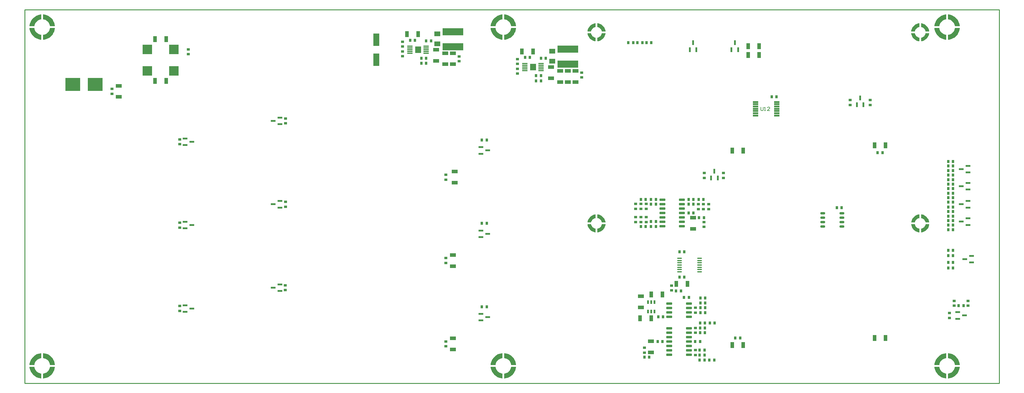
<source format=gtp>
G04 Layer_Color=10723209*
%FSLAX43Y43*%
%MOMM*%
G71*
G01*
G75*
%ADD10R,2.700X2.700*%
%ADD11O,1.400X0.350*%
%ADD12R,6.000X2.000*%
%ADD13R,0.600X1.000*%
%ADD14R,1.350X0.600*%
%ADD15O,1.450X0.650*%
%ADD16R,1.800X1.340*%
%ADD17R,0.800X0.900*%
G04:AMPARAMS|DCode=18|XSize=0.45mm|YSize=1.6mm|CornerRadius=0.05mm|HoleSize=0mm|Usage=FLASHONLY|Rotation=90.000|XOffset=0mm|YOffset=0mm|HoleType=Round|Shape=RoundedRectangle|*
%AMROUNDEDRECTD18*
21,1,0.450,1.501,0,0,90.0*
21,1,0.351,1.600,0,0,90.0*
1,1,0.099,0.750,0.175*
1,1,0.099,0.750,-0.175*
1,1,0.099,-0.750,-0.175*
1,1,0.099,-0.750,0.175*
%
%ADD18ROUNDEDRECTD18*%
%ADD19R,4.240X3.810*%
%ADD20R,1.800X3.550*%
G04:AMPARAMS|DCode=22|XSize=0.65mm|YSize=1.65mm|CornerRadius=0.049mm|HoleSize=0mm|Usage=FLASHONLY|Rotation=270.000|XOffset=0mm|YOffset=0mm|HoleType=Round|Shape=RoundedRectangle|*
%AMROUNDEDRECTD22*
21,1,0.650,1.552,0,0,270.0*
21,1,0.552,1.650,0,0,270.0*
1,1,0.098,-0.776,-0.276*
1,1,0.098,-0.776,0.276*
1,1,0.098,0.776,0.276*
1,1,0.098,0.776,-0.276*
%
%ADD22ROUNDEDRECTD22*%
%ADD23R,1.000X1.700*%
G04:AMPARAMS|DCode=24|XSize=0.3mm|YSize=1.55mm|CornerRadius=0.05mm|HoleSize=0mm|Usage=FLASHONLY|Rotation=90.000|XOffset=0mm|YOffset=0mm|HoleType=Round|Shape=RoundedRectangle|*
%AMROUNDEDRECTD24*
21,1,0.300,1.451,0,0,90.0*
21,1,0.201,1.550,0,0,90.0*
1,1,0.099,0.726,0.101*
1,1,0.099,0.726,-0.101*
1,1,0.099,-0.726,-0.101*
1,1,0.099,-0.726,0.101*
%
%ADD24ROUNDEDRECTD24*%
G04:AMPARAMS|DCode=25|XSize=1.73mm|YSize=1.9mm|CornerRadius=0.052mm|HoleSize=0mm|Usage=FLASHONLY|Rotation=0.000|XOffset=0mm|YOffset=0mm|HoleType=Round|Shape=RoundedRectangle|*
%AMROUNDEDRECTD25*
21,1,1.730,1.796,0,0,0.0*
21,1,1.626,1.900,0,0,0.0*
1,1,0.104,0.813,-0.898*
1,1,0.104,-0.813,-0.898*
1,1,0.104,-0.813,0.898*
1,1,0.104,0.813,0.898*
%
%ADD25ROUNDEDRECTD25*%
%ADD26R,0.900X0.800*%
%ADD27R,1.700X1.000*%
%ADD28R,0.600X1.350*%
%ADD37C,0.254*%
%ADD38C,0.178*%
G36*
X255740Y45750D02*
X255764Y45632D01*
X255840Y45402D01*
X255950Y45188D01*
X256092Y44993D01*
X256263Y44822D01*
X256458Y44680D01*
X256672Y44570D01*
X256902Y44494D01*
X257020Y44470D01*
X257020Y44470D01*
X257020D01*
X257020Y43412D01*
X256797Y43434D01*
X256364Y43553D01*
X255958Y43744D01*
X255590Y44003D01*
X255273Y44320D01*
X255014Y44688D01*
X254823Y45094D01*
X254704Y45527D01*
X254682Y45750D01*
Y45750D01*
X255741D01*
X255740Y45750D01*
D02*
G37*
G36*
X166838Y45750D02*
X166816Y45527D01*
X166697Y45094D01*
X166506Y44688D01*
X166247Y44320D01*
X165930Y44003D01*
X165562Y43744D01*
X165156Y43553D01*
X164723Y43434D01*
X164500Y43412D01*
X164500D01*
Y44471D01*
X164500Y44470D01*
X164618Y44494D01*
X164848Y44570D01*
X165062Y44680D01*
X165257Y44822D01*
X165428Y44993D01*
X165570Y45188D01*
X165680Y45402D01*
X165756Y45632D01*
X165780Y45750D01*
Y45750D01*
Y45750D01*
X166838Y45750D01*
D02*
G37*
G36*
X162720Y45750D02*
X162744Y45632D01*
X162820Y45402D01*
X162930Y45188D01*
X163072Y44993D01*
X163243Y44822D01*
X163438Y44680D01*
X163652Y44570D01*
X163882Y44494D01*
X164000Y44470D01*
X164000Y44470D01*
X164000D01*
X164000Y43412D01*
X163777Y43434D01*
X163344Y43553D01*
X162938Y43744D01*
X162570Y44003D01*
X162253Y44320D01*
X161994Y44688D01*
X161803Y45094D01*
X161684Y45527D01*
X161662Y45750D01*
Y45750D01*
X162721D01*
X162720Y45750D01*
D02*
G37*
G36*
X141141Y5250D02*
Y5250D01*
D01*
Y5250D01*
D02*
G37*
G36*
X137250Y8641D02*
Y7236D01*
X137250D01*
Y7236D01*
X137063Y7207D01*
X136699Y7103D01*
X136358Y6938D01*
X136049Y6719D01*
X135781Y6452D01*
X135562Y6143D01*
X135398Y5801D01*
X135293Y5437D01*
X135264Y5250D01*
Y5250D01*
X133859D01*
X133874Y5468D01*
X133955Y5897D01*
X134087Y6313D01*
X134268Y6710D01*
X134495Y7083D01*
X134765Y7427D01*
X135074Y7735D01*
X135417Y8005D01*
X135790Y8232D01*
X136187Y8413D01*
X136603Y8545D01*
X137032Y8626D01*
X137250Y8641D01*
D01*
X137250D01*
X137250D01*
D02*
G37*
G36*
X259858Y45750D02*
X259836Y45527D01*
X259717Y45094D01*
X259526Y44688D01*
X259267Y44320D01*
X258950Y44003D01*
X258582Y43744D01*
X258176Y43553D01*
X257743Y43434D01*
X257520Y43412D01*
X257520D01*
Y44471D01*
X257520Y44470D01*
X257638Y44494D01*
X257868Y44570D01*
X258082Y44680D01*
X258277Y44822D01*
X258448Y44993D01*
X258590Y45188D01*
X258700Y45402D01*
X258776Y45632D01*
X258800Y45750D01*
Y45750D01*
Y45750D01*
X259858Y45750D01*
D02*
G37*
G36*
X257020Y47529D02*
X257020Y47530D01*
X256902Y47506D01*
X256672Y47430D01*
X256458Y47320D01*
X256263Y47178D01*
X256092Y47007D01*
X255950Y46812D01*
X255840Y46598D01*
X255764Y46368D01*
X255740Y46250D01*
X255740D01*
Y46250D01*
X254682D01*
X254704Y46473D01*
X254823Y46906D01*
X255014Y47312D01*
X255273Y47680D01*
X255590Y47997D01*
X255957Y48256D01*
X256364Y48447D01*
X256797Y48566D01*
X257020Y48588D01*
Y48588D01*
X257020D01*
Y47529D01*
D02*
G37*
G36*
X162720Y100750D02*
X162744Y100632D01*
X162820Y100402D01*
X162930Y100188D01*
X163072Y99993D01*
X163243Y99822D01*
X163438Y99680D01*
X163652Y99570D01*
X163882Y99494D01*
X164000Y99470D01*
X164000Y99470D01*
X164000D01*
X164000Y98412D01*
X163777Y98434D01*
X163344Y98553D01*
X162938Y98744D01*
X162570Y99003D01*
X162253Y99320D01*
X161994Y99688D01*
X161803Y100094D01*
X161684Y100527D01*
X161662Y100750D01*
Y100750D01*
X162721D01*
X162720Y100750D01*
D02*
G37*
G36*
X164000Y47529D02*
X164000Y47530D01*
X163882Y47506D01*
X163652Y47430D01*
X163438Y47320D01*
X163243Y47178D01*
X163072Y47007D01*
X162930Y46812D01*
X162820Y46598D01*
X162744Y46368D01*
X162720Y46250D01*
X162720D01*
Y46250D01*
X161662D01*
X161684Y46473D01*
X161803Y46906D01*
X161994Y47312D01*
X162253Y47680D01*
X162570Y47997D01*
X162938Y48256D01*
X163344Y48447D01*
X163777Y48566D01*
X164000Y48588D01*
Y48588D01*
X164000D01*
Y47529D01*
D02*
G37*
G36*
X164723Y48566D02*
X165156Y48447D01*
X165562Y48256D01*
X165930Y47997D01*
X166247Y47680D01*
X166506Y47312D01*
X166697Y46906D01*
X166816Y46473D01*
X166838Y46250D01*
X166838Y46250D01*
Y46250D01*
X165779D01*
X165780Y46250D01*
X165756Y46368D01*
X165680Y46598D01*
X165570Y46812D01*
X165428Y47007D01*
X165257Y47178D01*
X165062Y47320D01*
X164848Y47430D01*
X164618Y47506D01*
X164500Y47530D01*
X164500D01*
Y48588D01*
X164723Y48566D01*
D02*
G37*
G36*
X257743D02*
X258176Y48447D01*
X258582Y48256D01*
X258950Y47997D01*
X259267Y47680D01*
X259526Y47312D01*
X259717Y46906D01*
X259836Y46473D01*
X259858Y46250D01*
X259858Y46250D01*
Y46250D01*
X258799D01*
X258800Y46250D01*
X258776Y46368D01*
X258700Y46598D01*
X258590Y46812D01*
X258448Y47007D01*
X258277Y47178D01*
X258082Y47320D01*
X257868Y47430D01*
X257638Y47506D01*
X257520Y47530D01*
X257520D01*
Y48588D01*
X257743Y48566D01*
D02*
G37*
G36*
X2793Y4563D02*
X2897Y4199D01*
X3062Y3858D01*
X3281Y3549D01*
X3548Y3281D01*
X3857Y3062D01*
X4199Y2898D01*
X4563Y2793D01*
X4750Y2764D01*
X4750D01*
Y1359D01*
X4750Y1359D01*
X4532Y1374D01*
X4103Y1455D01*
X3687Y1587D01*
X3290Y1768D01*
X2917Y1995D01*
X2573Y2265D01*
X2265Y2573D01*
X1995Y2917D01*
X1768Y3290D01*
X1587Y3687D01*
X1455Y4103D01*
X1374Y4532D01*
X1359Y4750D01*
X1359Y4750D01*
X2764D01*
Y4750D01*
X2793Y4563D01*
D02*
G37*
G36*
X262793D02*
X262897Y4199D01*
X263062Y3858D01*
X263281Y3549D01*
X263548Y3281D01*
X263857Y3062D01*
X264199Y2898D01*
X264563Y2793D01*
X264750Y2764D01*
X264750D01*
Y1359D01*
X264750Y1359D01*
X264532Y1374D01*
X264103Y1455D01*
X263687Y1587D01*
X263290Y1768D01*
X262917Y1995D01*
X262573Y2265D01*
X262265Y2573D01*
X261995Y2917D01*
X261768Y3290D01*
X261587Y3687D01*
X261455Y4103D01*
X261374Y4532D01*
X261359Y4750D01*
X261359Y4750D01*
X262764D01*
Y4750D01*
X262793Y4563D01*
D02*
G37*
G36*
X141141Y4750D02*
X141126Y4532D01*
X141045Y4103D01*
X140913Y3687D01*
X140732Y3290D01*
X140505Y2917D01*
X140235Y2573D01*
X139926Y2265D01*
X139583Y1995D01*
X139210Y1768D01*
X138813Y1587D01*
X138397Y1455D01*
X137968Y1374D01*
X137750Y1359D01*
X137750Y1359D01*
Y2764D01*
X137750D01*
X137937Y2793D01*
X138301Y2897D01*
X138642Y3062D01*
X138951Y3281D01*
X139219Y3548D01*
X139438Y3857D01*
X139602Y4199D01*
X139707Y4563D01*
X139736Y4750D01*
X139736Y4750D01*
X141141D01*
Y4750D01*
D02*
G37*
G36*
X8641Y4750D02*
X8626Y4532D01*
X8545Y4103D01*
X8413Y3687D01*
X8232Y3290D01*
X8005Y2917D01*
X7735Y2573D01*
X7426Y2265D01*
X7083Y1995D01*
X6710Y1768D01*
X6313Y1587D01*
X5897Y1455D01*
X5468Y1373D01*
X5250Y1359D01*
X5250Y1359D01*
Y2764D01*
X5250D01*
X5437Y2793D01*
X5801Y2897D01*
X6142Y3062D01*
X6451Y3281D01*
X6719Y3548D01*
X6938Y3857D01*
X7102Y4199D01*
X7207Y4563D01*
X7236Y4750D01*
X7236Y4750D01*
X8641D01*
Y4750D01*
D02*
G37*
G36*
X268641D02*
X268626Y4532D01*
X268545Y4103D01*
X268413Y3687D01*
X268232Y3290D01*
X268005Y2917D01*
X267735Y2573D01*
X267427Y2265D01*
X267083Y1995D01*
X266710Y1768D01*
X266313Y1587D01*
X265897Y1455D01*
X265468Y1373D01*
X265250Y1359D01*
X265250Y1359D01*
Y2764D01*
X265250D01*
X265437Y2793D01*
X265801Y2897D01*
X266142Y3062D01*
X266451Y3281D01*
X266719Y3548D01*
X266938Y3857D01*
X267102Y4199D01*
X267207Y4563D01*
X267236Y4750D01*
X267236Y4750D01*
X268641D01*
Y4750D01*
D02*
G37*
G36*
X135293Y4563D02*
X135397Y4199D01*
X135562Y3858D01*
X135781Y3549D01*
X136048Y3281D01*
X136357Y3062D01*
X136699Y2898D01*
X137063Y2793D01*
X137250Y2764D01*
X137250D01*
Y1359D01*
X137250Y1359D01*
X137032Y1374D01*
X136603Y1455D01*
X136187Y1587D01*
X135790Y1768D01*
X135417Y1995D01*
X135073Y2265D01*
X134765Y2573D01*
X134495Y2917D01*
X134268Y3290D01*
X134087Y3687D01*
X133955Y4103D01*
X133874Y4532D01*
X133859Y4750D01*
X133859Y4750D01*
X135264D01*
Y4750D01*
X135293Y4563D01*
D02*
G37*
G36*
X4750Y8641D02*
Y7236D01*
X4750D01*
Y7236D01*
X4563Y7207D01*
X4199Y7102D01*
X3858Y6938D01*
X3549Y6719D01*
X3281Y6452D01*
X3062Y6143D01*
X2898Y5801D01*
X2793Y5437D01*
X2764Y5250D01*
Y5250D01*
X1359D01*
X1374Y5468D01*
X1455Y5897D01*
X1587Y6313D01*
X1768Y6710D01*
X1995Y7083D01*
X2265Y7427D01*
X2573Y7735D01*
X2917Y8005D01*
X3290Y8232D01*
X3687Y8413D01*
X4103Y8545D01*
X4532Y8626D01*
X4750Y8641D01*
D01*
X4750D01*
X4750D01*
D02*
G37*
G36*
X264750D02*
Y7236D01*
X264750D01*
Y7236D01*
X264563Y7207D01*
X264199Y7102D01*
X263858Y6938D01*
X263549Y6719D01*
X263281Y6452D01*
X263062Y6143D01*
X262898Y5801D01*
X262793Y5437D01*
X262764Y5250D01*
Y5250D01*
X261359D01*
X261374Y5468D01*
X261455Y5897D01*
X261587Y6313D01*
X261768Y6710D01*
X261995Y7083D01*
X262265Y7427D01*
X262573Y7735D01*
X262917Y8005D01*
X263290Y8232D01*
X263687Y8413D01*
X264103Y8545D01*
X264532Y8626D01*
X264750Y8641D01*
D01*
X264750D01*
X264750D01*
D02*
G37*
G36*
X265468Y8626D02*
X265897Y8545D01*
X266313Y8413D01*
X266710Y8232D01*
X267083Y8005D01*
X267427Y7735D01*
X267735Y7426D01*
X268005Y7083D01*
X268232Y6710D01*
X268413Y6313D01*
X268545Y5897D01*
X268626Y5468D01*
X268641Y5250D01*
D01*
Y5250D01*
Y5250D01*
X267236D01*
Y5250D01*
X267236Y5250D01*
X267207Y5437D01*
X267103Y5801D01*
X266938Y6142D01*
X266719Y6451D01*
X266452Y6719D01*
X266143Y6938D01*
X265801Y7102D01*
X265437Y7207D01*
X265250Y7236D01*
X265250Y7236D01*
Y8641D01*
X265468Y8626D01*
D02*
G37*
G36*
X5468D02*
X5897Y8545D01*
X6313Y8413D01*
X6710Y8232D01*
X7083Y8005D01*
X7427Y7735D01*
X7735Y7426D01*
X8005Y7083D01*
X8232Y6710D01*
X8413Y6313D01*
X8545Y5897D01*
X8626Y5468D01*
X8641Y5250D01*
D01*
Y5250D01*
Y5250D01*
X7236D01*
Y5250D01*
X7236Y5250D01*
X7207Y5437D01*
X7103Y5801D01*
X6938Y6142D01*
X6719Y6451D01*
X6452Y6719D01*
X6143Y6938D01*
X5801Y7102D01*
X5437Y7207D01*
X5250Y7236D01*
X5250Y7236D01*
Y8641D01*
X5468Y8626D01*
D02*
G37*
G36*
X137968Y8626D02*
X138397Y8545D01*
X138813Y8413D01*
X139210Y8232D01*
X139583Y8005D01*
X139927Y7735D01*
X140235Y7426D01*
X140505Y7083D01*
X140732Y6710D01*
X140913Y6313D01*
X141045Y5897D01*
X141126Y5468D01*
X141141Y5250D01*
X139736D01*
Y5250D01*
X139736Y5250D01*
X139707Y5437D01*
X139603Y5801D01*
X139438Y6142D01*
X139219Y6451D01*
X138952Y6719D01*
X138643Y6938D01*
X138301Y7102D01*
X137937Y7207D01*
X137750Y7236D01*
X137750Y7236D01*
Y8641D01*
X137968Y8626D01*
D02*
G37*
G36*
Y106126D02*
X138397Y106045D01*
X138813Y105913D01*
X139210Y105732D01*
X139583Y105505D01*
X139927Y105235D01*
X140235Y104926D01*
X140505Y104583D01*
X140732Y104210D01*
X140913Y103813D01*
X141045Y103397D01*
X141126Y102968D01*
X141141Y102750D01*
D01*
Y102750D01*
Y102750D01*
X139736D01*
Y102750D01*
X139736Y102750D01*
X139707Y102937D01*
X139603Y103301D01*
X139438Y103642D01*
X139219Y103951D01*
X138952Y104219D01*
X138643Y104438D01*
X138301Y104602D01*
X137937Y104707D01*
X137750Y104736D01*
X137750Y104736D01*
Y106141D01*
X137968Y106126D01*
D02*
G37*
G36*
X265468D02*
X265897Y106045D01*
X266313Y105913D01*
X266710Y105732D01*
X267083Y105505D01*
X267427Y105235D01*
X267735Y104926D01*
X268005Y104583D01*
X268232Y104210D01*
X268413Y103813D01*
X268545Y103397D01*
X268626Y102968D01*
X268641Y102750D01*
D01*
Y102750D01*
Y102750D01*
X267236D01*
Y102750D01*
X267236Y102750D01*
X267207Y102937D01*
X267103Y103301D01*
X266938Y103642D01*
X266719Y103951D01*
X266452Y104219D01*
X266143Y104438D01*
X265801Y104602D01*
X265437Y104707D01*
X265250Y104736D01*
X265250Y104736D01*
Y106141D01*
X265468Y106126D01*
D02*
G37*
G36*
X5468D02*
X5897Y106045D01*
X6313Y105913D01*
X6710Y105732D01*
X7083Y105505D01*
X7427Y105235D01*
X7735Y104926D01*
X8005Y104583D01*
X8232Y104210D01*
X8413Y103813D01*
X8545Y103397D01*
X8626Y102968D01*
X8641Y102750D01*
D01*
Y102750D01*
Y102750D01*
X7236D01*
Y102750D01*
X7236Y102750D01*
X7207Y102937D01*
X7103Y103301D01*
X6938Y103642D01*
X6719Y103951D01*
X6452Y104219D01*
X6143Y104438D01*
X5801Y104602D01*
X5437Y104707D01*
X5250Y104736D01*
X5250Y104736D01*
Y106141D01*
X5468Y106126D01*
D02*
G37*
G36*
X164000Y102529D02*
X164000Y102530D01*
X163882Y102506D01*
X163652Y102430D01*
X163438Y102320D01*
X163243Y102178D01*
X163072Y102007D01*
X162930Y101812D01*
X162820Y101598D01*
X162744Y101368D01*
X162720Y101250D01*
X162720D01*
Y101250D01*
X161662D01*
X161684Y101473D01*
X161803Y101906D01*
X161994Y102312D01*
X162253Y102680D01*
X162570Y102997D01*
X162938Y103256D01*
X163344Y103447D01*
X163777Y103566D01*
X164000Y103588D01*
Y103588D01*
X164000D01*
Y102529D01*
D02*
G37*
G36*
X257000D02*
X257000Y102530D01*
X256882Y102506D01*
X256652Y102430D01*
X256438Y102320D01*
X256243Y102178D01*
X256072Y102007D01*
X255930Y101812D01*
X255820Y101598D01*
X255744Y101368D01*
X255720Y101250D01*
X255720D01*
Y101250D01*
X254662D01*
X254684Y101473D01*
X254803Y101906D01*
X254994Y102312D01*
X255253Y102680D01*
X255570Y102997D01*
X255938Y103256D01*
X256344Y103447D01*
X256777Y103566D01*
X257000Y103588D01*
Y103588D01*
X257000D01*
Y102529D01*
D02*
G37*
G36*
X4750Y104736D02*
X4750D01*
Y104736D01*
X4563Y104707D01*
X4199Y104603D01*
X3858Y104438D01*
X3549Y104219D01*
X3281Y103952D01*
X3062Y103643D01*
X2898Y103301D01*
X2793Y102937D01*
X2764Y102750D01*
Y102750D01*
X1359D01*
X1374Y102968D01*
X1455Y103397D01*
X1587Y103813D01*
X1768Y104210D01*
X1995Y104583D01*
X2265Y104927D01*
X2573Y105235D01*
X2917Y105505D01*
X3290Y105732D01*
X3687Y105913D01*
X4103Y106045D01*
X4532Y106126D01*
X4750Y106141D01*
Y104736D01*
D02*
G37*
G36*
X137250Y106141D02*
D01*
X137250D01*
X137250D01*
D02*
G37*
G36*
X264750D02*
D01*
X264750D01*
X264750D01*
D02*
G37*
G36*
X4750D02*
D01*
X4750D01*
X4750D01*
D02*
G37*
G36*
X137250Y104736D02*
X137250D01*
Y104736D01*
X137063Y104707D01*
X136699Y104603D01*
X136358Y104438D01*
X136049Y104219D01*
X135781Y103952D01*
X135562Y103643D01*
X135398Y103301D01*
X135293Y102937D01*
X135264Y102750D01*
Y102750D01*
X133859D01*
X133874Y102968D01*
X133955Y103397D01*
X134087Y103813D01*
X134268Y104210D01*
X134495Y104583D01*
X134765Y104927D01*
X135074Y105235D01*
X135417Y105505D01*
X135790Y105732D01*
X136187Y105913D01*
X136603Y106045D01*
X137032Y106126D01*
X137250Y106141D01*
Y104736D01*
D02*
G37*
G36*
X264750D02*
X264750D01*
Y104736D01*
X264563Y104707D01*
X264199Y104603D01*
X263858Y104438D01*
X263549Y104219D01*
X263281Y103952D01*
X263062Y103643D01*
X262898Y103301D01*
X262793Y102937D01*
X262764Y102750D01*
Y102750D01*
X261359D01*
X261374Y102968D01*
X261455Y103397D01*
X261587Y103813D01*
X261768Y104210D01*
X261995Y104583D01*
X262265Y104927D01*
X262573Y105235D01*
X262917Y105505D01*
X263290Y105732D01*
X263687Y105913D01*
X264103Y106045D01*
X264532Y106126D01*
X264750Y106141D01*
Y104736D01*
D02*
G37*
G36*
X268641Y102250D02*
X268626Y102032D01*
X268545Y101603D01*
X268413Y101187D01*
X268232Y100790D01*
X268005Y100417D01*
X267735Y100073D01*
X267427Y99765D01*
X267083Y99495D01*
X266710Y99268D01*
X266313Y99087D01*
X265897Y98955D01*
X265468Y98874D01*
X265250Y98859D01*
X265250Y98859D01*
Y100264D01*
X265250D01*
X265437Y100293D01*
X265801Y100397D01*
X266142Y100562D01*
X266451Y100781D01*
X266719Y101048D01*
X266938Y101357D01*
X267102Y101699D01*
X267207Y102063D01*
X267236Y102250D01*
X267236Y102250D01*
X268641D01*
Y102250D01*
D02*
G37*
G36*
X166838Y100750D02*
X166816Y100527D01*
X166697Y100094D01*
X166506Y99688D01*
X166247Y99320D01*
X165930Y99003D01*
X165562Y98744D01*
X165156Y98553D01*
X164723Y98434D01*
X164500Y98412D01*
X164500D01*
Y99471D01*
X164500Y99470D01*
X164618Y99494D01*
X164848Y99570D01*
X165062Y99680D01*
X165257Y99822D01*
X165428Y99993D01*
X165570Y100188D01*
X165680Y100402D01*
X165756Y100632D01*
X165780Y100750D01*
Y100750D01*
Y100750D01*
X166838Y100750D01*
D02*
G37*
G36*
X141141Y102250D02*
X141126Y102032D01*
X141045Y101603D01*
X140913Y101187D01*
X140732Y100790D01*
X140505Y100417D01*
X140235Y100073D01*
X139926Y99765D01*
X139583Y99495D01*
X139210Y99268D01*
X138813Y99087D01*
X138397Y98955D01*
X137968Y98874D01*
X137750Y98859D01*
X137750Y98859D01*
Y100264D01*
X137750D01*
X137937Y100293D01*
X138301Y100397D01*
X138642Y100562D01*
X138951Y100781D01*
X139219Y101048D01*
X139438Y101357D01*
X139602Y101699D01*
X139707Y102063D01*
X139736Y102250D01*
X139736Y102250D01*
X141141D01*
Y102250D01*
D02*
G37*
G36*
X255720Y100750D02*
X255744Y100632D01*
X255820Y100402D01*
X255930Y100188D01*
X256072Y99993D01*
X256243Y99822D01*
X256438Y99680D01*
X256652Y99570D01*
X256882Y99494D01*
X257000Y99470D01*
X257000Y99470D01*
X257000D01*
X257000Y98412D01*
X256777Y98434D01*
X256344Y98553D01*
X255938Y98744D01*
X255570Y99003D01*
X255253Y99320D01*
X254994Y99688D01*
X254803Y100094D01*
X254684Y100527D01*
X254662Y100750D01*
Y100750D01*
X255721D01*
X255720Y100750D01*
D02*
G37*
G36*
X8641Y102250D02*
X8626Y102032D01*
X8545Y101603D01*
X8413Y101187D01*
X8232Y100790D01*
X8005Y100417D01*
X7735Y100073D01*
X7426Y99765D01*
X7083Y99495D01*
X6710Y99268D01*
X6313Y99087D01*
X5897Y98955D01*
X5468Y98874D01*
X5250Y98859D01*
X5250Y98859D01*
Y100264D01*
X5250D01*
X5437Y100293D01*
X5801Y100397D01*
X6142Y100562D01*
X6451Y100781D01*
X6719Y101048D01*
X6938Y101357D01*
X7102Y101699D01*
X7207Y102063D01*
X7236Y102250D01*
X7236Y102250D01*
X8641D01*
Y102250D01*
D02*
G37*
G36*
X259838Y100750D02*
X259816Y100527D01*
X259697Y100094D01*
X259506Y99688D01*
X259247Y99320D01*
X258930Y99003D01*
X258562Y98744D01*
X258156Y98553D01*
X257723Y98434D01*
X257500Y98412D01*
X257500D01*
Y99471D01*
X257500Y99470D01*
X257618Y99494D01*
X257848Y99570D01*
X258062Y99680D01*
X258257Y99822D01*
X258428Y99993D01*
X258570Y100188D01*
X258680Y100402D01*
X258756Y100632D01*
X258780Y100750D01*
Y100750D01*
Y100750D01*
X259838Y100750D01*
D02*
G37*
G36*
X135293Y102063D02*
X135397Y101699D01*
X135562Y101358D01*
X135781Y101049D01*
X136048Y100781D01*
X136357Y100562D01*
X136699Y100398D01*
X137063Y100293D01*
X137250Y100264D01*
X137250D01*
Y98859D01*
X137250Y98859D01*
X137032Y98874D01*
X136603Y98955D01*
X136187Y99087D01*
X135790Y99268D01*
X135417Y99495D01*
X135073Y99765D01*
X134765Y100074D01*
X134495Y100417D01*
X134268Y100790D01*
X134087Y101187D01*
X133955Y101603D01*
X133874Y102032D01*
X133859Y102250D01*
X133859Y102250D01*
X135264D01*
Y102250D01*
X135293Y102063D01*
D02*
G37*
G36*
X262793D02*
X262897Y101699D01*
X263062Y101358D01*
X263281Y101049D01*
X263548Y100781D01*
X263857Y100562D01*
X264199Y100398D01*
X264563Y100293D01*
X264750Y100264D01*
X264750D01*
Y98859D01*
X264750Y98859D01*
X264532Y98874D01*
X264103Y98955D01*
X263687Y99087D01*
X263290Y99268D01*
X262917Y99495D01*
X262573Y99765D01*
X262265Y100074D01*
X261995Y100417D01*
X261768Y100790D01*
X261587Y101187D01*
X261455Y101603D01*
X261374Y102032D01*
X261359Y102250D01*
X261359Y102250D01*
X262764D01*
Y102250D01*
X262793Y102063D01*
D02*
G37*
G36*
X2793D02*
X2897Y101699D01*
X3062Y101358D01*
X3281Y101049D01*
X3548Y100781D01*
X3857Y100562D01*
X4199Y100398D01*
X4563Y100293D01*
X4750Y100264D01*
X4750D01*
Y98859D01*
X4750Y98859D01*
X4532Y98874D01*
X4103Y98955D01*
X3687Y99087D01*
X3290Y99268D01*
X2917Y99495D01*
X2573Y99765D01*
X2265Y100074D01*
X1995Y100417D01*
X1768Y100790D01*
X1587Y101187D01*
X1455Y101603D01*
X1374Y102032D01*
X1359Y102250D01*
X1359Y102250D01*
X2764D01*
Y102250D01*
X2793Y102063D01*
D02*
G37*
G36*
X164723Y103566D02*
X165156Y103447D01*
X165562Y103256D01*
X165930Y102997D01*
X166247Y102680D01*
X166506Y102312D01*
X166697Y101906D01*
X166816Y101473D01*
X166838Y101250D01*
X166838Y101250D01*
Y101250D01*
X165779D01*
X165780Y101250D01*
X165756Y101368D01*
X165680Y101598D01*
X165570Y101812D01*
X165428Y102007D01*
X165257Y102178D01*
X165062Y102320D01*
X164848Y102430D01*
X164618Y102506D01*
X164500Y102530D01*
X164500D01*
Y103588D01*
X164723Y103566D01*
D02*
G37*
G36*
X257723D02*
X258156Y103447D01*
X258562Y103256D01*
X258930Y102997D01*
X259247Y102680D01*
X259506Y102312D01*
X259697Y101906D01*
X259816Y101473D01*
X259838Y101250D01*
X259838Y101250D01*
Y101250D01*
X258779D01*
X258780Y101250D01*
X258756Y101368D01*
X258680Y101598D01*
X258570Y101812D01*
X258428Y102007D01*
X258257Y102178D01*
X258062Y102320D01*
X257848Y102430D01*
X257618Y102506D01*
X257500Y102530D01*
X257500D01*
Y103588D01*
X257723Y103566D01*
D02*
G37*
D10*
X35190Y89890D02*
D03*
X42810D02*
D03*
Y96110D02*
D03*
X35190D02*
D03*
D11*
X188125Y35950D02*
D03*
Y35300D02*
D03*
Y34650D02*
D03*
Y34000D02*
D03*
Y33350D02*
D03*
Y32700D02*
D03*
Y32050D02*
D03*
X193875Y35950D02*
D03*
Y35300D02*
D03*
Y34650D02*
D03*
Y34000D02*
D03*
Y33350D02*
D03*
Y32700D02*
D03*
Y32050D02*
D03*
D12*
X123000Y96850D02*
D03*
Y101150D02*
D03*
X156000Y91850D02*
D03*
Y96150D02*
D03*
D13*
X179050Y20625D02*
D03*
X180000D02*
D03*
X180950D02*
D03*
Y23375D02*
D03*
X180000D02*
D03*
X179050D02*
D03*
D14*
X131025Y67950D02*
D03*
Y66050D02*
D03*
X132975Y67000D02*
D03*
X269975Y19500D02*
D03*
X268025Y18550D02*
D03*
Y20450D02*
D03*
X270025Y35700D02*
D03*
X271975Y36650D02*
D03*
Y34750D02*
D03*
X270975Y45550D02*
D03*
Y47450D02*
D03*
X269025Y46500D02*
D03*
X270975Y50550D02*
D03*
Y52450D02*
D03*
X269025Y51500D02*
D03*
X270975Y55750D02*
D03*
Y57650D02*
D03*
X269025Y56700D02*
D03*
X270975Y60650D02*
D03*
Y62550D02*
D03*
X269025Y61600D02*
D03*
X73275Y26550D02*
D03*
Y28450D02*
D03*
X71325Y27500D02*
D03*
X46025Y22450D02*
D03*
Y20550D02*
D03*
X47975Y21500D02*
D03*
X73275Y50550D02*
D03*
Y52450D02*
D03*
X71325Y51500D02*
D03*
X46025Y46450D02*
D03*
Y44550D02*
D03*
X47975Y45500D02*
D03*
X73275Y74550D02*
D03*
Y76450D02*
D03*
X71325Y75500D02*
D03*
X46025Y70450D02*
D03*
Y68550D02*
D03*
X47975Y69500D02*
D03*
X131025Y19950D02*
D03*
Y18050D02*
D03*
X132975Y19000D02*
D03*
X131025Y43950D02*
D03*
Y42050D02*
D03*
X132975Y43000D02*
D03*
D15*
X234725Y45095D02*
D03*
Y46365D02*
D03*
Y47635D02*
D03*
Y48905D02*
D03*
X229275Y45095D02*
D03*
Y46365D02*
D03*
Y47635D02*
D03*
Y48905D02*
D03*
D16*
X118500Y100530D02*
D03*
Y97670D02*
D03*
X151500Y95530D02*
D03*
Y92670D02*
D03*
D17*
X266700Y44200D02*
D03*
X265300D02*
D03*
X195100Y47600D02*
D03*
X193700D02*
D03*
X190800Y24700D02*
D03*
X189400D02*
D03*
X265300Y34800D02*
D03*
X266700D02*
D03*
Y36700D02*
D03*
X265300D02*
D03*
X266700Y33200D02*
D03*
X265300D02*
D03*
X266700Y38200D02*
D03*
X265300D02*
D03*
X268300Y22300D02*
D03*
X269700D02*
D03*
X196800Y17300D02*
D03*
X198200D02*
D03*
X194100Y23100D02*
D03*
X195500D02*
D03*
X198100Y6700D02*
D03*
X196700D02*
D03*
X183200Y12000D02*
D03*
X181800D02*
D03*
X177000Y45100D02*
D03*
X178400D02*
D03*
X188100Y37800D02*
D03*
X189500D02*
D03*
X177000Y52900D02*
D03*
X178400D02*
D03*
X195000D02*
D03*
X193600D02*
D03*
X187100Y26600D02*
D03*
X188500D02*
D03*
X188100Y30500D02*
D03*
X189500D02*
D03*
X190700Y49000D02*
D03*
X192100D02*
D03*
X205530Y12970D02*
D03*
X204130D02*
D03*
X245030Y66370D02*
D03*
X246430D02*
D03*
X234700Y50500D02*
D03*
X233300D02*
D03*
X148300Y93500D02*
D03*
X149700D02*
D03*
X143700Y93800D02*
D03*
X145100D02*
D03*
X115300Y98500D02*
D03*
X116700D02*
D03*
X112100Y98700D02*
D03*
X110700D02*
D03*
X173400Y98000D02*
D03*
X174800D02*
D03*
X216000Y82400D02*
D03*
X214600D02*
D03*
X178000Y7500D02*
D03*
X179400D02*
D03*
X195400Y17300D02*
D03*
X194000D02*
D03*
Y15900D02*
D03*
X195400D02*
D03*
X194000Y14500D02*
D03*
X195400D02*
D03*
X194100Y21700D02*
D03*
X195500D02*
D03*
Y24500D02*
D03*
X194100D02*
D03*
Y20300D02*
D03*
X195500D02*
D03*
X179900Y45100D02*
D03*
X181300D02*
D03*
Y46500D02*
D03*
X179900D02*
D03*
X131300Y22000D02*
D03*
X132700D02*
D03*
X179900Y52900D02*
D03*
X181300D02*
D03*
Y51500D02*
D03*
X179900D02*
D03*
X131300Y46000D02*
D03*
X132700D02*
D03*
X192100Y52900D02*
D03*
X190700D02*
D03*
Y51500D02*
D03*
X192100D02*
D03*
X131300Y70000D02*
D03*
X132700D02*
D03*
X146900Y87000D02*
D03*
X148300D02*
D03*
Y88500D02*
D03*
X146900D02*
D03*
X113900Y92100D02*
D03*
X115300D02*
D03*
Y93500D02*
D03*
X113900D02*
D03*
X265300Y45500D02*
D03*
X266700D02*
D03*
X265300Y46800D02*
D03*
X266700D02*
D03*
X265300Y50700D02*
D03*
X266700D02*
D03*
X265300Y52100D02*
D03*
X266700D02*
D03*
X176000Y98000D02*
D03*
X177400D02*
D03*
X180000D02*
D03*
X178600D02*
D03*
X192600Y12000D02*
D03*
X194000D02*
D03*
X183400Y19100D02*
D03*
X182000D02*
D03*
X193900Y8100D02*
D03*
X195300D02*
D03*
Y6700D02*
D03*
X193900D02*
D03*
Y9500D02*
D03*
X195300D02*
D03*
X265300Y56000D02*
D03*
X266700D02*
D03*
X265300Y57300D02*
D03*
X266700D02*
D03*
X265300Y61200D02*
D03*
X266700D02*
D03*
X265300Y62500D02*
D03*
X266700D02*
D03*
Y63800D02*
D03*
X265300D02*
D03*
X266700Y59900D02*
D03*
X265300D02*
D03*
X266700Y58600D02*
D03*
X265300D02*
D03*
X266700Y54700D02*
D03*
X265300D02*
D03*
X266700Y53400D02*
D03*
X265300D02*
D03*
X266700Y49400D02*
D03*
X265300D02*
D03*
X266700Y48100D02*
D03*
X265300D02*
D03*
D18*
X216050Y77050D02*
D03*
Y77700D02*
D03*
Y78350D02*
D03*
Y79000D02*
D03*
Y79650D02*
D03*
Y80300D02*
D03*
Y80950D02*
D03*
X209950Y77050D02*
D03*
Y77700D02*
D03*
Y78350D02*
D03*
Y79000D02*
D03*
Y79650D02*
D03*
Y80300D02*
D03*
Y80950D02*
D03*
D19*
X20185Y86000D02*
D03*
X13815D02*
D03*
D20*
X101000Y93125D02*
D03*
Y98875D02*
D03*
D22*
X183175Y52810D02*
D03*
Y51540D02*
D03*
Y50270D02*
D03*
Y49000D02*
D03*
Y47730D02*
D03*
Y46460D02*
D03*
Y45190D02*
D03*
X188825Y52810D02*
D03*
Y51540D02*
D03*
Y50270D02*
D03*
Y49000D02*
D03*
Y47730D02*
D03*
Y46460D02*
D03*
Y45190D02*
D03*
X190825Y19095D02*
D03*
Y20365D02*
D03*
Y21635D02*
D03*
Y22905D02*
D03*
X185175Y19095D02*
D03*
Y20365D02*
D03*
Y21635D02*
D03*
Y22905D02*
D03*
X190825Y8190D02*
D03*
Y9460D02*
D03*
Y10730D02*
D03*
Y12000D02*
D03*
Y13270D02*
D03*
Y14540D02*
D03*
Y15810D02*
D03*
X185175Y8190D02*
D03*
Y9460D02*
D03*
Y10730D02*
D03*
Y12000D02*
D03*
Y13270D02*
D03*
Y14540D02*
D03*
Y15810D02*
D03*
D23*
X176800Y18700D02*
D03*
X180000D02*
D03*
X207800Y97000D02*
D03*
X211000D02*
D03*
X190400Y28600D02*
D03*
X187200D02*
D03*
X203230Y10970D02*
D03*
X206430D02*
D03*
X247330Y68470D02*
D03*
X244130D02*
D03*
Y12970D02*
D03*
X247330D02*
D03*
X206430Y66970D02*
D03*
X203230D02*
D03*
X146000Y95500D02*
D03*
X142800D02*
D03*
X113000Y100500D02*
D03*
X109800D02*
D03*
X37400Y99000D02*
D03*
X40600D02*
D03*
X37400Y87000D02*
D03*
X40600D02*
D03*
X207800Y94500D02*
D03*
X211000D02*
D03*
X183200Y25500D02*
D03*
X180000D02*
D03*
D24*
X115325Y95000D02*
D03*
Y95500D02*
D03*
Y96000D02*
D03*
Y96500D02*
D03*
X110675Y95000D02*
D03*
Y95500D02*
D03*
Y96000D02*
D03*
Y96500D02*
D03*
Y97000D02*
D03*
X115325D02*
D03*
X148325Y90000D02*
D03*
Y90500D02*
D03*
Y91000D02*
D03*
Y91500D02*
D03*
X143675Y90000D02*
D03*
Y90500D02*
D03*
Y91000D02*
D03*
Y91500D02*
D03*
Y92000D02*
D03*
X148325D02*
D03*
D25*
X113000Y96000D02*
D03*
X146000Y91000D02*
D03*
D26*
X265700Y18800D02*
D03*
Y20200D02*
D03*
X267000Y23700D02*
D03*
Y22300D02*
D03*
X271000Y23700D02*
D03*
Y22300D02*
D03*
X192700Y15900D02*
D03*
Y14500D02*
D03*
Y21700D02*
D03*
Y20300D02*
D03*
Y8100D02*
D03*
Y9500D02*
D03*
X178000Y8800D02*
D03*
Y10200D02*
D03*
X178500Y47800D02*
D03*
Y46400D02*
D03*
X121000Y12000D02*
D03*
Y10600D02*
D03*
X178500Y50200D02*
D03*
Y51600D02*
D03*
X121000Y36000D02*
D03*
Y34600D02*
D03*
X193500Y50100D02*
D03*
Y51500D02*
D03*
X121000Y60000D02*
D03*
Y58600D02*
D03*
X195100Y46400D02*
D03*
Y45000D02*
D03*
X195230Y59070D02*
D03*
Y60470D02*
D03*
X200730Y59070D02*
D03*
Y60470D02*
D03*
X25000Y84700D02*
D03*
Y83300D02*
D03*
X47000Y96100D02*
D03*
Y94700D02*
D03*
X160000Y89400D02*
D03*
Y88000D02*
D03*
X141500Y90500D02*
D03*
Y89100D02*
D03*
X124750Y92650D02*
D03*
Y94050D02*
D03*
X108500Y94100D02*
D03*
Y95500D02*
D03*
X185800Y26700D02*
D03*
Y28100D02*
D03*
X175500Y46400D02*
D03*
Y47800D02*
D03*
X177000D02*
D03*
Y46400D02*
D03*
X175500Y51600D02*
D03*
Y50200D02*
D03*
X177000D02*
D03*
Y51600D02*
D03*
X196500Y51500D02*
D03*
Y50100D02*
D03*
X195000D02*
D03*
Y51500D02*
D03*
X141500Y91900D02*
D03*
Y93300D02*
D03*
X108500Y96900D02*
D03*
Y98300D02*
D03*
X74800Y28200D02*
D03*
Y26800D02*
D03*
X44500Y20800D02*
D03*
Y22200D02*
D03*
X242900Y80100D02*
D03*
Y81500D02*
D03*
X74900Y52200D02*
D03*
Y50800D02*
D03*
X44500Y44800D02*
D03*
Y46200D02*
D03*
X237100Y80100D02*
D03*
Y81500D02*
D03*
X74900Y76200D02*
D03*
Y74800D02*
D03*
X44500Y68800D02*
D03*
Y70200D02*
D03*
D27*
X179900Y12100D02*
D03*
Y8900D02*
D03*
X123000Y9700D02*
D03*
Y12900D02*
D03*
Y33700D02*
D03*
Y36900D02*
D03*
X123500Y57700D02*
D03*
Y60900D02*
D03*
X192000Y44400D02*
D03*
Y47600D02*
D03*
X27000Y82400D02*
D03*
Y85600D02*
D03*
X153800Y86700D02*
D03*
Y89900D02*
D03*
X156000Y86700D02*
D03*
Y89900D02*
D03*
X158200Y86700D02*
D03*
Y89900D02*
D03*
X120800Y91800D02*
D03*
Y95000D02*
D03*
X123000Y91800D02*
D03*
Y95000D02*
D03*
X151200Y87800D02*
D03*
Y91000D02*
D03*
X118200Y92800D02*
D03*
Y96000D02*
D03*
X177000Y21800D02*
D03*
Y25000D02*
D03*
D28*
X239050Y80125D02*
D03*
X240950D02*
D03*
X240000Y82075D02*
D03*
X191050Y96025D02*
D03*
X192950D02*
D03*
X192000Y97975D02*
D03*
X203050Y96025D02*
D03*
X204950D02*
D03*
X204000Y97975D02*
D03*
X197180Y59095D02*
D03*
X199080D02*
D03*
X198130Y61045D02*
D03*
D37*
X0Y0D02*
Y107500D01*
X280000D01*
Y0D02*
Y107500D01*
X0Y0D02*
X280000D01*
D38*
X211476Y79508D02*
Y78661D01*
X211645Y78492D01*
X211984D01*
X212153Y78661D01*
Y79508D01*
X212492Y78492D02*
X212830D01*
X212661D01*
Y79508D01*
X212492Y79338D01*
X214015Y78492D02*
X213338D01*
X214015Y79169D01*
Y79338D01*
X213846Y79508D01*
X213507D01*
X213338Y79338D01*
M02*

</source>
